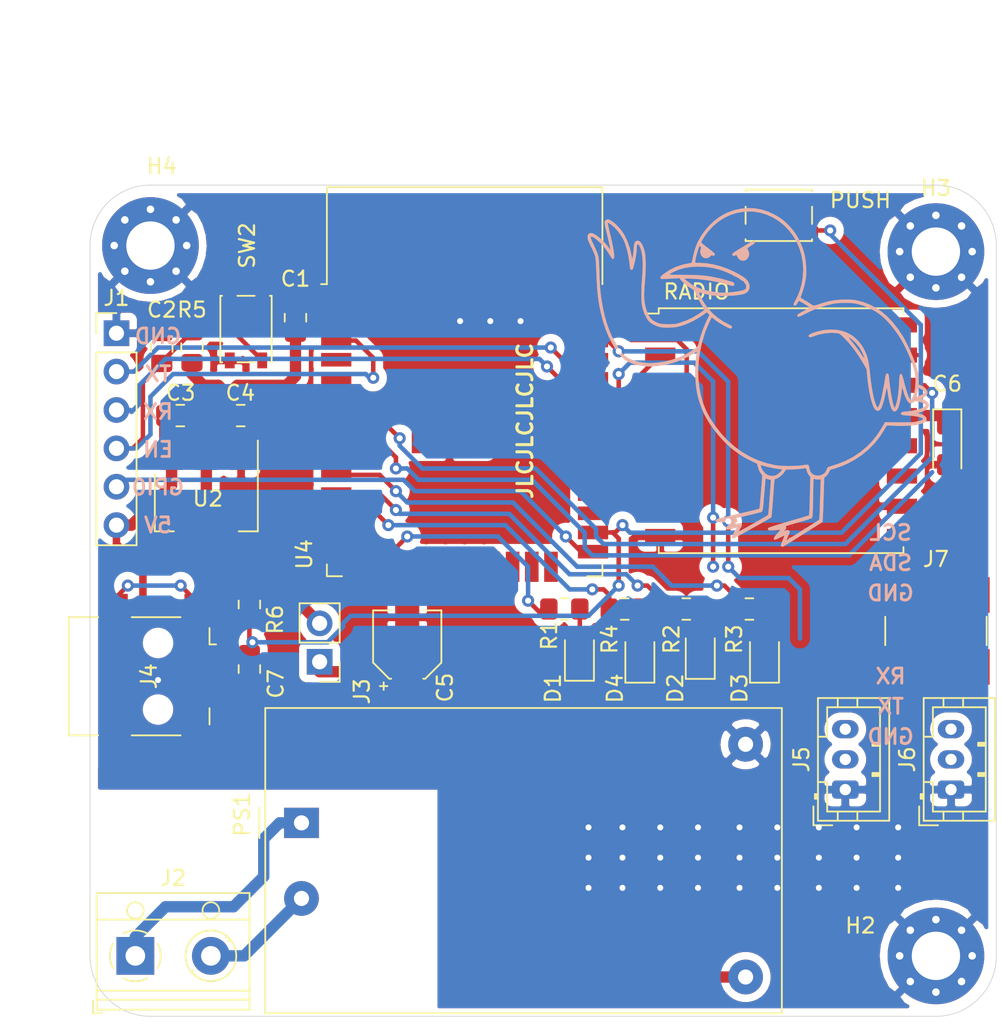
<source format=kicad_pcb>
(kicad_pcb (version 20171130) (host pcbnew "(5.1.6)-1")
  (title_block (title "Beacon tracker BLE ") (date 2020-10-27) (rev v0.1) (company "Rubén Arce"))
  (layers (0 F.Cu signal) (31 B.Cu signal) (34 B.Paste user) (35 F.Paste user) (36 B.SilkS user hide) (37 F.SilkS user) (38 B.Mask user) (39 F.Mask user) (44 Edge.Cuts user))
  (net 0 "")
  (net 1 GND)
  (net 2 EN)
  (net 3 "Net-(D1-Pad2)")
  (net 4 "Net-(D2-Pad2)")
  (net 5 "Net-(D3-Pad2)")
  (net 6 "Net-(D4-Pad2)")
  (net 7 TX)
  (net 8 RX)
  (net 9 GPIO0)
  (net 10 LED)
  (net 11 LED2)
  (net 12 LED3)
  (net 13 LED4)
  (net 14 +5V)
  (net 15 +3V3)
  (net 16 MainInput)
  (net 17 GNDPWR)
  (net 18 AC)
  (net 19 ConfigButton)
  (net 20 "Net-(J4-Pad6)")
  (net 21 RX_UART2)
  (net 22 TX_UART2)
  (net 23 SCL)
  (net 24 SDA)
  (net 25 "Net-(J7-Pad1)")
  (net 26 RF_INT)
  (net 27 INT_CAD)
  (net 28 CS_RF)
  (net 29 SCK)
  (net 30 MISO)
  (net 31 MOSI)
  (module Capacitor_Tantalum_SMD:CP_EIA-3216-10_Kemet-I (layer F.Cu) (at 143.75 86.15 270)
    (fp_text reference C6 (at -4 0 180) (layer F.SilkS))
    (fp_text value CP)
    (pad 2 smd roundrect (at 1.35 0 270) (size 1.4 1.35) (layers F.Cu F.Paste F.Mask) (roundrect_rratio 0.185185) (net 1 GND))
    (pad 1 smd roundrect (at -1.35 0 270) (size 1.4 1.35) (layers F.Cu F.Paste F.Mask) (roundrect_rratio 0.185185) (net 15 +3V3))
  )
  (module Resistor_SMD:R_0805_2012Metric_Pad1.15x1.40mm_HandSolder (layer F.Cu) (at 126.475 97.05)
    (fp_text reference R2 (at -0.975 2 90) (layer F.SilkS))
    (fp_text value 1k)
    (pad 2 smd roundrect (at 1.025 0) (size 1.15 1.4) (layers F.Cu F.Paste F.Mask) (roundrect_rratio 0.217391) (net 4 "Net-(D2-Pad2)"))
    (pad 1 smd roundrect (at -1.025 0) (size 1.15 1.4) (layers F.Cu F.Paste F.Mask) (roundrect_rratio 0.217391) (net 11 LED2))
  )
  (module RF_Module:ESP32-WROOM-32 (layer F.Cu) (at 111.8 85)
    (fp_text reference U4 (at -10.61 8.43 90) (layer F.SilkS))
    (fp_text value ESP32-WROOM-32)
    (pad 38 smd rect (at 8.5 -8.255) (size 2 0.9) (layers F.Cu F.Paste F.Mask) (net 1 GND))
    (pad 37 smd rect (at 8.5 -6.985) (size 2 0.9) (layers F.Cu F.Paste F.Mask) (net 31 MOSI))
    (pad 36 smd rect (at 8.5 -5.715) (size 2 0.9) (layers F.Cu F.Paste F.Mask) (net 23 SCL))
    (pad 35 smd rect (at 8.5 -4.445) (size 2 0.9) (layers F.Cu F.Paste F.Mask) (net 7 TX))
    (pad 34 smd rect (at 8.5 -3.175) (size 2 0.9) (layers F.Cu F.Paste F.Mask) (net 8 RX))
    (pad 33 smd rect (at 8.5 -1.905) (size 2 0.9) (layers F.Cu F.Paste F.Mask) (net 24 SDA))
    (pad 32 smd rect (at 8.5 -0.635) (size 2 0.9) (layers F.Cu F.Paste F.Mask))
    (pad 31 smd rect (at 8.5 0.635) (size 2 0.9) (layers F.Cu F.Paste F.Mask) (net 30 MISO))
    (pad 30 smd rect (at 8.5 1.905) (size 2 0.9) (layers F.Cu F.Paste F.Mask) (net 29 SCK))
    (pad 29 smd rect (at 8.5 3.175) (size 2 0.9) (layers F.Cu F.Paste F.Mask) (net 28 CS_RF))
    (pad 28 smd rect (at 8.5 4.445) (size 2 0.9) (layers F.Cu F.Paste F.Mask) (net 22 TX_UART2))
    (pad 27 smd rect (at 8.5 5.715) (size 2 0.9) (layers F.Cu F.Paste F.Mask) (net 21 RX_UART2))
    (pad 26 smd rect (at 8.5 6.985) (size 2 0.9) (layers F.Cu F.Paste F.Mask) (net 19 ConfigButton))
    (pad 25 smd rect (at 8.5 8.255) (size 2 0.9) (layers F.Cu F.Paste F.Mask) (net 9 GPIO0))
    (pad 24 smd rect (at 5.715 9.255 90) (size 2 0.9) (layers F.Cu F.Paste F.Mask))
    (pad 23 smd rect (at 4.445 9.255 90) (size 2 0.9) (layers F.Cu F.Paste F.Mask))
    (pad 22 smd rect (at 3.175 9.255 90) (size 2 0.9) (layers F.Cu F.Paste F.Mask))
    (pad 21 smd rect (at 1.905 9.255 90) (size 2 0.9) (layers F.Cu F.Paste F.Mask))
    (pad 20 smd rect (at 0.635 9.255 90) (size 2 0.9) (layers F.Cu F.Paste F.Mask))
    (pad 19 smd rect (at -0.635 9.255 90) (size 2 0.9) (layers F.Cu F.Paste F.Mask))
    (pad 18 smd rect (at -1.905 9.255 90) (size 2 0.9) (layers F.Cu F.Paste F.Mask))
    (pad 17 smd rect (at -3.175 9.255 90) (size 2 0.9) (layers F.Cu F.Paste F.Mask))
    (pad 16 smd rect (at -4.445 9.255 90) (size 2 0.9) (layers F.Cu F.Paste F.Mask) (net 10 LED))
    (pad 15 smd rect (at -5.715 9.255 90) (size 2 0.9) (layers F.Cu F.Paste F.Mask) (net 1 GND))
    (pad 14 smd rect (at -8.5 8.255) (size 2 0.9) (layers F.Cu F.Paste F.Mask))
    (pad 13 smd rect (at -8.5 6.985) (size 2 0.9) (layers F.Cu F.Paste F.Mask))
    (pad 12 smd rect (at -8.5 5.715) (size 2 0.9) (layers F.Cu F.Paste F.Mask) (net 13 LED4))
    (pad 11 smd rect (at -8.5 4.445) (size 2 0.9) (layers F.Cu F.Paste F.Mask) (net 11 LED2))
    (pad 10 smd rect (at -8.5 3.175) (size 2 0.9) (layers F.Cu F.Paste F.Mask) (net 12 LED3))
    (pad 9 smd rect (at -8.5 1.905) (size 2 0.9) (layers F.Cu F.Paste F.Mask))
    (pad 8 smd rect (at -8.5 0.635) (size 2 0.9) (layers F.Cu F.Paste F.Mask))
    (pad 7 smd rect (at -8.5 -0.635) (size 2 0.9) (layers F.Cu F.Paste F.Mask) (net 27 INT_CAD))
    (pad 6 smd rect (at -8.5 -1.905) (size 2 0.9) (layers F.Cu F.Paste F.Mask) (net 26 RF_INT))
    (pad 5 smd rect (at -8.5 -3.175) (size 2 0.9) (layers F.Cu F.Paste F.Mask))
    (pad 4 smd rect (at -8.5 -4.445) (size 2 0.9) (layers F.Cu F.Paste F.Mask))
    (pad 3 smd rect (at -8.5 -5.715) (size 2 0.9) (layers F.Cu F.Paste F.Mask) (net 2 EN))
    (pad 2 smd rect (at -8.5 -6.985) (size 2 0.9) (layers F.Cu F.Paste F.Mask) (net 15 +3V3))
    (pad 1 smd rect (at -8.5 -8.255) (size 2 0.9) (layers F.Cu F.Paste F.Mask) (net 1 GND))
    (pad 39 smd rect (at -1 -0.755) (size 5 5) (layers F.Cu F.Paste F.Mask) (net 1 GND))
  )
  (module Capacitor_SMD:CP_Elec_4x5.3 (layer F.Cu) (at 108 99.4 90)
    (fp_text reference C5 (at -2.85 2.5 90) (layer F.SilkS))
    (fp_text value 10u)
    (pad 2 smd roundrect (at 1.8 0 90) (size 2.6 1.6) (layers F.Cu F.Paste F.Mask) (roundrect_rratio 0.15625) (net 1 GND))
    (pad 1 smd roundrect (at -1.8 0 90) (size 2.6 1.6) (layers F.Cu F.Paste F.Mask) (roundrect_rratio 0.15625) (net 16 MainInput))
  )
  (module Package_TO_SOT_SMD:SOT-223-3_TabPin2 (layer F.Cu) (at 94.7 90 270)
    (fp_text reference U2 (at -0.25 -0.1) (layer F.SilkS))
    (fp_text value AMS1117-3.3)
    (pad 1 smd rect (at -3.15 -2.3 270) (size 2 1.5) (layers F.Cu F.Paste F.Mask) (net 1 GND))
    (pad 3 smd rect (at -3.15 2.3 270) (size 2 1.5) (layers F.Cu F.Paste F.Mask) (net 14 +5V))
    (pad 2 smd rect (at -3.15 0 270) (size 2 1.5) (layers F.Cu F.Paste F.Mask) (net 15 +3V3))
    (pad 2 smd rect (at 3.15 0 270) (size 2 3.8) (layers F.Cu F.Paste F.Mask) (net 15 +3V3))
  )
  (module Converter_ACDC:Converter_ACDC_HiLink_HLK-PMxx (layer F.Cu) (at 101 111.2)
    (fp_text reference PS1 (at -3.94 -0.55 90) (layer F.SilkS))
    (fp_text value HLK-PM03)
    (pad 4 thru_hole circle (at 29.4 10.2) (size 2.3 2.3) (drill 1) (layers *.Cu *.Mask) (net 16 MainInput))
    (pad 2 thru_hole circle (at 0 5) (size 2.3 2.3) (drill 1) (layers *.Cu *.Mask) (net 17 GNDPWR))
    (pad 1 thru_hole rect (at 0 0) (size 2.3 2) (drill 1) (layers *.Cu *.Mask) (net 18 AC))
    (pad 3 thru_hole circle (at 29.4 -5.2) (size 2.3 2.3) (drill 1) (layers *.Cu *.Mask) (net 1 GND))
  )
  (module RF_Module:HOPERF_RFM9XW_SMD (layer F.Cu) (at 132.75 85.25)
    (fp_text reference RADIO (at -5.6 -9.2) (layer F.SilkS))
    (fp_text value RFM95W-868S2)
    (pad 16 smd rect (at 8 -7) (size 2 1) (layers F.Cu F.Paste F.Mask))
    (pad 15 smd rect (at 8 -5) (size 2 1) (layers F.Cu F.Paste F.Mask) (net 27 INT_CAD))
    (pad 14 smd rect (at 8 -3) (size 2 1) (layers F.Cu F.Paste F.Mask) (net 26 RF_INT))
    (pad 13 smd rect (at 8 -1) (size 2 1) (layers F.Cu F.Paste F.Mask) (net 15 +3V3))
    (pad 12 smd rect (at 8 1) (size 2 1) (layers F.Cu F.Paste F.Mask))
    (pad 11 smd rect (at 8 3) (size 2 1) (layers F.Cu F.Paste F.Mask))
    (pad 10 smd rect (at 8 5) (size 2 1) (layers F.Cu F.Paste F.Mask) (net 1 GND))
    (pad 9 smd rect (at 8 7) (size 2 1) (layers F.Cu F.Paste F.Mask) (net 25 "Net-(J7-Pad1)"))
    (pad 8 smd rect (at -8 7) (size 2 1) (layers F.Cu F.Paste F.Mask) (net 1 GND))
    (pad 7 smd rect (at -8 5) (size 2 1) (layers F.Cu F.Paste F.Mask))
    (pad 6 smd rect (at -8 3) (size 2 1) (layers F.Cu F.Paste F.Mask))
    (pad 5 smd rect (at -8 1) (size 2 1) (layers F.Cu F.Paste F.Mask) (net 28 CS_RF))
    (pad 4 smd rect (at -8 -1) (size 2 1) (layers F.Cu F.Paste F.Mask) (net 29 SCK))
    (pad 3 smd rect (at -8 -3) (size 2 1) (layers F.Cu F.Paste F.Mask) (net 31 MOSI))
    (pad 2 smd rect (at -8 -5) (size 2 1) (layers F.Cu F.Paste F.Mask) (net 30 MISO))
    (pad 1 smd rect (at -8 -7) (size 2 1) (layers F.Cu F.Paste F.Mask) (net 1 GND))
  )
  (module Connector_Coaxial:SMA_Amphenol_132134-10_Vertical (layer F.Cu) (at 143 98.5)
    (fp_text reference J7 (at 0 -4.75) (layer F.SilkS))
    (fp_text value Conn_Coaxial)
    (pad 2 smd custom (at 0 -2.8 180) (size 7.11 1.51) (layers F.Cu F.Paste F.Mask) (net 1 GND) (options (clearance outline) (anchor rect)) (primitives (gr_poly (pts (xy -1.645 -1.595) (xy -1.5 -1.42) (xy -1.36 -1.28) (xy -1.205 -1.155) (xy -1.035 -1.045) (xy -0.86 -0.95) (xy -0.675 -0.875) (xy -0.48 -0.82) (xy -0.28 -0.78) (xy -0.085 -0.765) (xy 0 -0.765) (xy 0 0.755) (xy -3.555 0.755) (xy -3.555 -1.595)) (width 0)) (gr_poly (pts (xy 1.645 -1.595) (xy 1.5 -1.42) (xy 1.36 -1.28) (xy 1.205 -1.155) (xy 1.035 -1.045) (xy 0.86 -0.95) (xy 0.675 -0.875) (xy 0.48 -0.82) (xy 0.28 -0.78) (xy 0.085 -0.765) (xy 0 -0.765) (xy 0 0.755) (xy 3.555 0.755) (xy 3.555 -1.595)) (width 0))))
    (pad 2 smd custom (at 0 2.8) (size 7.11 1.51) (layers F.Cu F.Paste F.Mask) (net 1 GND) (options (clearance outline) (anchor rect)) (primitives (gr_poly (pts (xy -1.645 -1.595) (xy -1.5 -1.42) (xy -1.36 -1.28) (xy -1.205 -1.155) (xy -1.035 -1.045) (xy -0.86 -0.95) (xy -0.675 -0.875) (xy -0.48 -0.82) (xy -0.28 -0.78) (xy -0.085 -0.765) (xy 0 -0.765) (xy 0 0.755) (xy -3.555 0.755) (xy -3.555 -1.595)) (width 0)) (gr_poly (pts (xy 1.645 -1.595) (xy 1.5 -1.42) (xy 1.36 -1.28) (xy 1.205 -1.155) (xy 1.035 -1.045) (xy 0.86 -0.95) (xy 0.675 -0.875) (xy 0.48 -0.82) (xy 0.28 -0.78) (xy 0.085 -0.765) (xy 0 -0.765) (xy 0 0.755) (xy 3.555 0.755) (xy 3.555 -1.595)) (width 0))))
    (pad 1 smd circle (at 0 0 90) (size 1.73 1.73) (layers F.Cu F.Paste F.Mask) (net 25 "Net-(J7-Pad1)"))
  )
  (module Antenna868MHz:duck (layer B.Cu) (at 131.5 81 180)
    (fp_text reference G*** hide)
    (fp_text value LOGO hide)
  )
  (module Connector_USB:USB_Mini-B_Lumberg_2486_01_Horizontal (layer F.Cu) (at 91.5 101.5 270)
    (fp_text reference J4 (at 0 0.6 90) (layer F.SilkS))
    (fp_text value USB_B_Micro)
    (pad "" np_thru_hole circle (at 2.2 0 270) (size 1 1) (drill 1) (layers *.Cu *.Mask))
    (pad "" np_thru_hole circle (at -2.2 0 270) (size 1 1) (drill 1) (layers *.Cu *.Mask))
    (pad 6 smd rect (at 4.45 2.85 270) (size 2 1.7) (layers F.Cu F.Paste F.Mask) (net 20 "Net-(J4-Pad6)"))
    (pad 6 smd rect (at 4.45 -2.6 270) (size 2 1.7) (layers F.Cu F.Paste F.Mask) (net 20 "Net-(J4-Pad6)"))
    (pad 6 smd rect (at -4.45 2.85 270) (size 2 1.7) (layers F.Cu F.Paste F.Mask) (net 20 "Net-(J4-Pad6)"))
    (pad 6 smd rect (at -4.45 -2.6 270) (size 2 1.7) (layers F.Cu F.Paste F.Mask) (net 20 "Net-(J4-Pad6)"))
    (pad 5 smd rect (at 1.6 -2.7 270) (size 0.5 2) (layers F.Cu F.Paste F.Mask) (net 1 GND))
    (pad 4 smd rect (at 0.8 -2.7 270) (size 0.5 2) (layers F.Cu F.Paste F.Mask))
    (pad 3 smd rect (at 0 -2.7 270) (size 0.5 2) (layers F.Cu F.Paste F.Mask))
    (pad 2 smd rect (at -0.8 -2.7 270) (size 0.5 2) (layers F.Cu F.Paste F.Mask))
    (pad 1 smd rect (at -1.6 -2.7 270) (size 0.5 2) (layers F.Cu F.Paste F.Mask) (net 14 +5V))
  )
  (module Button_Switch_SMD:SW_SPST_PTS810 (layer F.Cu) (at 97.325 78.525 270)
    (fp_text reference SW2 (at -5.525 -0.075 90) (layer F.SilkS))
    (fp_text value SW_Push)
    (pad 2 smd rect (at 2.075 1.075 270) (size 1.05 0.65) (layers F.Cu F.Paste F.Mask) (net 1 GND))
    (pad 2 smd rect (at -2.075 1.075 270) (size 1.05 0.65) (layers F.Cu F.Paste F.Mask) (net 1 GND))
    (pad 1 smd rect (at 2.075 -1.075 270) (size 1.05 0.65) (layers F.Cu F.Paste F.Mask) (net 2 EN))
    (pad 1 smd rect (at -2.075 -1.075 270) (size 1.05 0.65) (layers F.Cu F.Paste F.Mask) (net 2 EN))
  )
  (module Button_Switch_SMD:SW_SPST_PTS810 (layer F.Cu) (at 132.6 71 180)
    (fp_text reference PUSH (at -5.4 1) (layer F.SilkS))
    (fp_text value SW_Push)
    (pad 2 smd rect (at 2.075 1.075 180) (size 1.05 0.65) (layers F.Cu F.Paste F.Mask) (net 1 GND))
    (pad 2 smd rect (at -2.075 1.075 180) (size 1.05 0.65) (layers F.Cu F.Paste F.Mask) (net 1 GND))
    (pad 1 smd rect (at 2.075 -1.075 180) (size 1.05 0.65) (layers F.Cu F.Paste F.Mask) (net 19 ConfigButton))
    (pad 1 smd rect (at -2.075 -1.075 180) (size 1.05 0.65) (layers F.Cu F.Paste F.Mask) (net 19 ConfigButton))
  )
  (module Capacitor_SMD:C_0805_2012Metric_Pad1.15x1.40mm_HandSolder (layer F.Cu) (at 97.55 101.025 270)
    (fp_text reference C7 (at 0.975 -1.75 90) (layer F.SilkS))
    (fp_text value 0.1u)
    (pad 2 smd roundrect (at 1.025 0 270) (size 1.15 1.4) (layers F.Cu F.Paste F.Mask) (roundrect_rratio 0.217391) (net 1 GND))
    (pad 1 smd roundrect (at -1.025 0 270) (size 1.15 1.4) (layers F.Cu F.Paste F.Mask) (roundrect_rratio 0.217391) (net 19 ConfigButton))
  )
  (module Capacitor_SMD:C_0805_2012Metric_Pad1.15x1.40mm_HandSolder (layer F.Cu) (at 92.975 84.25)
    (fp_text reference C3 (at 0.025 -1.5 180) (layer F.SilkS))
    (fp_text value 10u)
    (pad 2 smd roundrect (at 1.025 0) (size 1.15 1.4) (layers F.Cu F.Paste F.Mask) (roundrect_rratio 0.217391) (net 1 GND))
    (pad 1 smd roundrect (at -1.025 0) (size 1.15 1.4) (layers F.Cu F.Paste F.Mask) (roundrect_rratio 0.217391) (net 14 +5V))
  )
  (module Capacitor_SMD:C_0805_2012Metric_Pad1.15x1.40mm_HandSolder (layer F.Cu) (at 91.75 79.775 90)
    (fp_text reference C2 (at 2.525 0 180) (layer F.SilkS))
    (fp_text value 0.1u)
    (pad 2 smd roundrect (at 1.025 0 90) (size 1.15 1.4) (layers F.Cu F.Paste F.Mask) (roundrect_rratio 0.217391) (net 1 GND))
    (pad 1 smd roundrect (at -1.025 0 90) (size 1.15 1.4) (layers F.Cu F.Paste F.Mask) (roundrect_rratio 0.217391) (net 2 EN))
  )
  (module Connector_PinHeader_2.54mm:PinHeader_1x06_P2.54mm_Vertical (layer F.Cu) (at 88.75 78.8)
    (fp_text reference J1 (at 0 -2.33) (layer F.SilkS))
    (fp_text value Conn_01x06_Female)
    (pad 6 thru_hole oval (at 0 12.7) (size 1.7 1.7) (drill 1) (layers *.Cu *.Mask) (net 14 +5V))
    (pad 5 thru_hole oval (at 0 10.16) (size 1.7 1.7) (drill 1) (layers *.Cu *.Mask) (net 9 GPIO0))
    (pad 4 thru_hole oval (at 0 7.62) (size 1.7 1.7) (drill 1) (layers *.Cu *.Mask) (net 2 EN))
    (pad 3 thru_hole oval (at 0 5.08) (size 1.7 1.7) (drill 1) (layers *.Cu *.Mask) (net 8 RX))
    (pad 2 thru_hole oval (at 0 2.54) (size 1.7 1.7) (drill 1) (layers *.Cu *.Mask) (net 7 TX))
    (pad 1 thru_hole rect (at 0 0) (size 1.7 1.7) (drill 1) (layers *.Cu *.Mask) (net 1 GND))
  )
  (module Connector_JST:JST_PH_B3B-PH-K_1x03_P2.00mm_Vertical (layer F.Cu) (at 144 109 90)
    (fp_text reference J6 (at 2 -2.9 90) (layer F.SilkS))
    (fp_text value Conn_01x03_Male)
    (pad 3 thru_hole oval (at 4 0 90) (size 1.2 1.75) (drill 0.75) (layers *.Cu *.Mask) (net 23 SCL))
    (pad 2 thru_hole oval (at 2 0 90) (size 1.2 1.75) (drill 0.75) (layers *.Cu *.Mask) (net 24 SDA))
    (pad 1 thru_hole roundrect (at 0 0 90) (size 1.2 1.75) (drill 0.75) (layers *.Cu *.Mask) (roundrect_rratio 0.208333) (net 1 GND))
  )
  (module Connector_JST:JST_PH_B3B-PH-K_1x03_P2.00mm_Vertical (layer F.Cu) (at 137 109 90)
    (fp_text reference J5 (at 2 -2.9 90) (layer F.SilkS))
    (fp_text value Conn_01x03_Male)
    (pad 3 thru_hole oval (at 4 0 90) (size 1.2 1.75) (drill 0.75) (layers *.Cu *.Mask) (net 21 RX_UART2))
    (pad 2 thru_hole oval (at 2 0 90) (size 1.2 1.75) (drill 0.75) (layers *.Cu *.Mask) (net 22 TX_UART2))
    (pad 1 thru_hole roundrect (at 0 0 90) (size 1.2 1.75) (drill 0.75) (layers *.Cu *.Mask) (roundrect_rratio 0.208333) (net 1 GND))
  )
  (module LED_SMD:LED_0805_2012Metric (layer F.Cu) (at 123.4 100.2375 90)
    (fp_text reference D4 (at -2.0625 -1.65 90) (layer F.SilkS))
    (fp_text value LED)
    (pad 2 smd roundrect (at 0.9375 0 90) (size 0.975 1.4) (layers F.Cu F.Paste F.Mask) (net 6 "Net-(D4-Pad2)"))
    (pad 1 smd roundrect (at -0.9375 0 90) (size 0.975 1.4) (layers F.Cu F.Paste F.Mask) (net 1 GND))
  )
  (module LED_SMD:LED_0805_2012Metric (layer F.Cu) (at 131.65 100.2375 90)
    (fp_text reference D3 (at -2.0625 -1.65 90) (layer F.SilkS))
    (fp_text value LED)
    (pad 2 smd roundrect (at 0.9375 0 90) (size 0.975 1.4) (layers F.Cu F.Paste F.Mask) (net 5 "Net-(D3-Pad2)"))
    (pad 1 smd roundrect (at -0.9375 0 90) (size 0.975 1.4) (layers F.Cu F.Paste F.Mask) (net 1 GND))
  )
  (module LED_SMD:LED_0805_2012Metric (layer F.Cu) (at 127.4 99.9875 90)
    (fp_text reference D2 (at -2.3125 -1.65 90) (layer F.SilkS))
    (fp_text value LED)
    (pad 2 smd roundrect (at 0.9375 0 90) (size 0.975 1.4) (layers F.Cu F.Paste F.Mask) (net 4 "Net-(D2-Pad2)"))
    (pad 1 smd roundrect (at -0.9375 0 90) (size 0.975 1.4) (layers F.Cu F.Paste F.Mask) (net 1 GND))
  )
  (module LED_SMD:LED_0805_2012Metric (layer F.Cu) (at 119.4 100.1125 90)
    (fp_text reference D1 (at -2.1875 -1.75 90) (layer F.SilkS))
    (fp_text value LED)
    (pad 2 smd roundrect (at 0.9375 0 90) (size 0.975 1.4) (layers F.Cu F.Paste F.Mask) (net 3 "Net-(D1-Pad2)"))
    (pad 1 smd roundrect (at -0.9375 0 90) (size 0.975 1.4) (layers F.Cu F.Paste F.Mask) (net 1 GND))
  )
  (module MountingHole:MountingHole_3.2mm_M3_Pad_Via (layer F.Cu) (at 91 73)
    (fp_text reference H4 (at 0.75 -5.25) (layer F.SilkS))
    (fp_text value MountingHole_Pad)
    (pad 1 thru_hole circle (at 1.697056 -1.697056) (size 0.8 0.8) (drill 0.5) (layers *.Cu *.Mask) (net 1 GND))
    (pad 1 thru_hole circle (at 0 -2.4) (size 0.8 0.8) (drill 0.5) (layers *.Cu *.Mask) (net 1 GND))
    (pad 1 thru_hole circle (at -1.697056 -1.697056) (size 0.8 0.8) (drill 0.5) (layers *.Cu *.Mask) (net 1 GND))
    (pad 1 thru_hole circle (at -2.4 0) (size 0.8 0.8) (drill 0.5) (layers *.Cu *.Mask) (net 1 GND))
    (pad 1 thru_hole circle (at -1.697056 1.697056) (size 0.8 0.8) (drill 0.5) (layers *.Cu *.Mask) (net 1 GND))
    (pad 1 thru_hole circle (at 0 2.4) (size 0.8 0.8) (drill 0.5) (layers *.Cu *.Mask) (net 1 GND))
    (pad 1 thru_hole circle (at 1.697056 1.697056) (size 0.8 0.8) (drill 0.5) (layers *.Cu *.Mask) (net 1 GND))
    (pad 1 thru_hole circle (at 2.4 0) (size 0.8 0.8) (drill 0.5) (layers *.Cu *.Mask) (net 1 GND))
    (pad 1 thru_hole circle (at 0 0) (size 6.4 6.4) (drill 3.2) (layers *.Cu *.Mask) (net 1 GND))
  )
  (module MountingHole:MountingHole_3.2mm_M3_Pad_Via (layer F.Cu) (at 143 73.4)
    (fp_text reference H3 (at 0 -4.2) (layer F.SilkS))
    (fp_text value MountingHole_Pad)
    (pad 1 thru_hole circle (at 1.697056 -1.697056) (size 0.8 0.8) (drill 0.5) (layers *.Cu *.Mask) (net 1 GND))
    (pad 1 thru_hole circle (at 0 -2.4) (size 0.8 0.8) (drill 0.5) (layers *.Cu *.Mask) (net 1 GND))
    (pad 1 thru_hole circle (at -1.697056 -1.697056) (size 0.8 0.8) (drill 0.5) (layers *.Cu *.Mask) (net 1 GND))
    (pad 1 thru_hole circle (at -2.4 0) (size 0.8 0.8) (drill 0.5) (layers *.Cu *.Mask) (net 1 GND))
    (pad 1 thru_hole circle (at -1.697056 1.697056) (size 0.8 0.8) (drill 0.5) (layers *.Cu *.Mask) (net 1 GND))
    (pad 1 thru_hole circle (at 0 2.4) (size 0.8 0.8) (drill 0.5) (layers *.Cu *.Mask) (net 1 GND))
    (pad 1 thru_hole circle (at 1.697056 1.697056) (size 0.8 0.8) (drill 0.5) (layers *.Cu *.Mask) (net 1 GND))
    (pad 1 thru_hole circle (at 2.4 0) (size 0.8 0.8) (drill 0.5) (layers *.Cu *.Mask) (net 1 GND))
    (pad 1 thru_hole circle (at 0 0) (size 6.4 6.4) (drill 3.2) (layers *.Cu *.Mask) (net 1 GND))
  )
  (module MountingHole:MountingHole_3.2mm_M3_Pad_Via (layer F.Cu) (at 143 120)
    (fp_text reference H2 (at -5 -2) (layer F.SilkS))
    (fp_text value MountingHole_Pad)
    (pad 1 thru_hole circle (at 1.697056 -1.697056) (size 0.8 0.8) (drill 0.5) (layers *.Cu *.Mask) (net 1 GND))
    (pad 1 thru_hole circle (at 0 -2.4) (size 0.8 0.8) (drill 0.5) (layers *.Cu *.Mask) (net 1 GND))
    (pad 1 thru_hole circle (at -1.697056 -1.697056) (size 0.8 0.8) (drill 0.5) (layers *.Cu *.Mask) (net 1 GND))
    (pad 1 thru_hole circle (at -2.4 0) (size 0.8 0.8) (drill 0.5) (layers *.Cu *.Mask) (net 1 GND))
    (pad 1 thru_hole circle (at -1.697056 1.697056) (size 0.8 0.8) (drill 0.5) (layers *.Cu *.Mask) (net 1 GND))
    (pad 1 thru_hole circle (at 0 2.4) (size 0.8 0.8) (drill 0.5) (layers *.Cu *.Mask) (net 1 GND))
    (pad 1 thru_hole circle (at 1.697056 1.697056) (size 0.8 0.8) (drill 0.5) (layers *.Cu *.Mask) (net 1 GND))
    (pad 1 thru_hole circle (at 2.4 0) (size 0.8 0.8) (drill 0.5) (layers *.Cu *.Mask) (net 1 GND))
    (pad 1 thru_hole circle (at 0 0) (size 6.4 6.4) (drill 3.2) (layers *.Cu *.Mask) (net 1 GND))
  )
  (module Resistor_SMD:R_0805_2012Metric_Pad1.15x1.40mm_HandSolder (layer F.Cu) (at 97.55 96.75 270)
    (fp_text reference R6 (at 1 -1.7 90) (layer F.SilkS))
    (fp_text value 10k)
    (pad 2 smd roundrect (at 1.025 0 270) (size 1.15 1.4) (layers F.Cu F.Paste F.Mask) (roundrect_rratio 0.217391) (net 19 ConfigButton))
    (pad 1 smd roundrect (at -1.025 0 270) (size 1.15 1.4) (layers F.Cu F.Paste F.Mask) (roundrect_rratio 0.217391) (net 15 +3V3))
  )
  (module Connector_PinHeader_2.54mm:PinHeader_1x02_P2.54mm_Vertical (layer F.Cu) (at 102.2 100.54 180)
    (fp_text reference J3 (at -2.8 -1.96 90) (layer F.SilkS))
    (fp_text value "select if usb or AC power")
    (pad 2 thru_hole oval (at 0 2.54 180) (size 1.7 1.7) (drill 1) (layers *.Cu *.Mask) (net 15 +3V3))
    (pad 1 thru_hole rect (at 0 0 180) (size 1.7 1.7) (drill 1) (layers *.Cu *.Mask) (net 16 MainInput))
  )
  (module TerminalBlock_RND:TerminalBlock_RND_205-00012_1x02_P5.00mm_Horizontal (layer F.Cu) (at 90 120)
    (fp_text reference J2 (at 2.5 -5.16) (layer F.SilkS))
    (fp_text value "input AC")
    (pad 2 thru_hole circle (at 5 0) (size 2.5 2.5) (drill 1.3) (layers *.Cu *.Mask) (net 17 GNDPWR))
    (pad 1 thru_hole rect (at 0 0) (size 2.5 2.5) (drill 1.3) (layers *.Cu *.Mask) (net 18 AC))
  )
  (module Resistor_SMD:R_0805_2012Metric_Pad1.15x1.40mm_HandSolder (layer F.Cu) (at 93.75 79.725 90)
    (fp_text reference R5 (at 2.475 0 180) (layer F.SilkS))
    (fp_text value 10k)
    (pad 2 smd roundrect (at 1.025 0 90) (size 1.15 1.4) (layers F.Cu F.Paste F.Mask) (roundrect_rratio 0.217391) (net 2 EN))
    (pad 1 smd roundrect (at -1.025 0 90) (size 1.15 1.4) (layers F.Cu F.Paste F.Mask) (roundrect_rratio 0.217391) (net 15 +3V3))
  )
  (module Resistor_SMD:R_0805_2012Metric_Pad1.15x1.40mm_HandSolder (layer F.Cu) (at 122.4 97.05)
    (fp_text reference R4 (at -1 2 90) (layer F.SilkS))
    (fp_text value 1k)
    (pad 2 smd roundrect (at 1.025 0) (size 1.15 1.4) (layers F.Cu F.Paste F.Mask) (roundrect_rratio 0.217391) (net 6 "Net-(D4-Pad2)"))
    (pad 1 smd roundrect (at -1.025 0) (size 1.15 1.4) (layers F.Cu F.Paste F.Mask) (roundrect_rratio 0.217391) (net 13 LED4))
  )
  (module Resistor_SMD:R_0805_2012Metric_Pad1.15x1.40mm_HandSolder (layer F.Cu) (at 130.65 97.05)
    (fp_text reference R3 (at -1 2 90) (layer F.SilkS))
    (fp_text value 1k)
    (pad 2 smd roundrect (at 1.025 0) (size 1.15 1.4) (layers F.Cu F.Paste F.Mask) (roundrect_rratio 0.217391) (net 5 "Net-(D3-Pad2)"))
    (pad 1 smd roundrect (at -1.025 0) (size 1.15 1.4) (layers F.Cu F.Paste F.Mask) (roundrect_rratio 0.217391) (net 12 LED3))
  )
  (module Resistor_SMD:R_0805_2012Metric_Pad1.15x1.40mm_HandSolder (layer F.Cu) (at 118.4 97.05)
    (fp_text reference R1 (at -1 1.75 90) (layer F.SilkS))
    (fp_text value 1k)
    (pad 2 smd roundrect (at 1.025 0) (size 1.15 1.4) (layers F.Cu F.Paste F.Mask) (roundrect_rratio 0.217391) (net 3 "Net-(D1-Pad2)"))
    (pad 1 smd roundrect (at -1.025 0) (size 1.15 1.4) (layers F.Cu F.Paste F.Mask) (roundrect_rratio 0.217391) (net 10 LED))
  )
  (module Capacitor_SMD:C_0805_2012Metric_Pad1.15x1.40mm_HandSolder (layer F.Cu) (at 96.975 84.25)
    (fp_text reference C4 (at -0.025 -1.5) (layer F.SilkS))
    (fp_text value 10u)
    (pad 2 smd roundrect (at 1.025 0) (size 1.15 1.4) (layers F.Cu F.Paste F.Mask) (roundrect_rratio 0.217391) (net 1 GND))
    (pad 1 smd roundrect (at -1.025 0) (size 1.15 1.4) (layers F.Cu F.Paste F.Mask) (roundrect_rratio 0.217391) (net 15 +3V3))
  )
  (module Capacitor_SMD:C_0805_2012Metric_Pad1.15x1.40mm_HandSolder (layer F.Cu) (at 100.6 77.775 90)
    (fp_text reference C1 (at 2.575 0 180) (layer F.SilkS))
    (fp_text value 10u)
    (pad 2 smd roundrect (at 1.025 0 90) (size 1.15 1.4) (layers F.Cu F.Paste F.Mask) (roundrect_rratio 0.217391) (net 1 GND))
    (pad 1 smd roundrect (at -1.025 0 90) (size 1.15 1.4) (layers F.Cu F.Paste F.Mask) (roundrect_rratio 0.217391) (net 15 +3V3))
  )
  (gr_text "Beacon tracker v0.1\n " (at 121.5 128.5) (layer B.SilkS) (effects (font (size 1.2 1.2) (thickness 0.21)) (justify mirror)))
  (gr_text JLCJLCJLCJLC (at 115.8 84.6 90) (layer F.SilkS) (effects (font (size 1 1) (thickness 0.2))))
  (gr_text "EN\n" (at 91.5 86.5) (layer B.SilkS) (effects (font (size 1 1) (thickness 0.19)) (justify mirror)))
  (gr_text "RX\n" (at 91.5 84) (layer B.SilkS) (effects (font (size 1 1) (thickness 0.19)) (justify mirror)))
  (gr_text "TX\n" (at 91.5 81.5) (layer B.SilkS) (effects (font (size 1 1) (thickness 0.19)) (justify mirror)))
  (gr_text "GND\n" (at 91.5 79) (layer B.SilkS) (effects (font (size 1 1) (thickness 0.19)) (justify mirror)))
  (gr_text GPI0 (at 91.5 89) (layer B.SilkS) (effects (font (size 1 1) (thickness 0.19)) (justify mirror)))
  (gr_text "5V\n" (at 91.5 91.5) (layer B.SilkS) (effects (font (size 1 1) (thickness 0.19)) (justify mirror)))
  (gr_text "SCL\n" (at 140 92) (layer B.SilkS) (effects (font (size 1 1) (thickness 0.19)) (justify mirror)))
  (gr_text "SDA\n" (at 140 94) (layer B.SilkS) (effects (font (size 1 1) (thickness 0.19)) (justify mirror)))
  (gr_text "GND\n" (at 140 96) (layer B.SilkS) (effects (font (size 1 1) (thickness 0.19)) (justify mirror)))
  (gr_text "GND\n" (at 140 105.5) (layer B.SilkS) (effects (font (size 1 1) (thickness 0.19)) (justify mirror)))
  (gr_text TX (at 140 103.5) (layer B.SilkS) (effects (font (size 1 1) (thickness 0.19)) (justify mirror)))
  (gr_text RX (at 140 101.5) (layer B.SilkS) (effects (font (size 1 1) (thickness 0.19)) (justify mirror)))
  (gr_line (start 87 73) (end 87 102.7) (layer Edge.Cuts) (width 0.05))
  (gr_arc (start 91 120) (end 87 120) (angle -90) (layer Edge.Cuts) (width 0.05))
  (gr_arc (start 143 120) (end 143 124) (angle -90) (layer Edge.Cuts) (width 0.05))
  (gr_arc (start 91 73) (end 91 69) (angle -90) (layer Edge.Cuts) (width 0.05))
  (gr_arc (start 143 73) (end 147 73) (angle -90) (layer Edge.Cuts) (width 0.05))
  (gr_line (start 87 120) (end 87 102.7) (layer Edge.Cuts) (width 0.05))
  (gr_line (start 143 124) (end 91 124) (layer Edge.Cuts) (width 0.05))
  (gr_line (start 147 73) (end 147 120) (layer Edge.Cuts) (width 0.05))
  (gr_line (start 91 69) (end 143 69) (layer Edge.Cuts) (width 0.05))
  (via (at 132.5 111.5) (size 0.8) (drill 0.4) (layers F.Cu B.Cu) (net 0))
  (via (at 135.25 111.5) (size 0.8) (drill 0.4) (layers F.Cu B.Cu) (net 1))
  (via (at 135.25 113.5) (size 0.8) (drill 0.4) (layers F.Cu B.Cu) (net 1))
  (via (at 132.5 113.5) (size 0.8) (drill 0.4) (layers F.Cu B.Cu) (net 0))
  (via (at 132.5 115.5) (size 0.8) (drill 0.4) (layers F.Cu B.Cu) (net 1))
  (via (at 135.25 115.5) (size 0.8) (drill 0.4) (layers F.Cu B.Cu) (net 1))
  (via (at 137.75 111.5) (size 0.8) (drill 0.4) (layers F.Cu B.Cu) (net 1))
  (via (at 140.5 111.5) (size 0.8) (drill 0.4) (layers F.Cu B.Cu) (net 1))
  (via (at 140.5 113.5) (size 0.8) (drill 0.4) (layers F.Cu B.Cu) (net 1))
  (via (at 137.75 113.5) (size 0.8) (drill 0.4) (layers F.Cu B.Cu) (net 1))
  (via (at 137.75 115.5) (size 0.8) (drill 0.4) (layers F.Cu B.Cu) (net 1))
  (via (at 140.5 115.5) (size 0.8) (drill 0.4) (layers F.Cu B.Cu) (net 1))
  (via (at 120 113.5) (size 0.8) (drill 0.4) (layers F.Cu B.Cu) (net 1))
  (via (at 122.25 113.5) (size 0.8) (drill 0.4) (layers F.Cu B.Cu) (net 1))
  (via (at 124.75 113.5) (size 0.8) (drill 0.4) (layers F.Cu B.Cu) (net 1))
  (via (at 127.25 113.5) (size 0.8) (drill 0.4) (layers F.Cu B.Cu) (net 1))
  (via (at 130 113.5) (size 0.8) (drill 0.4) (layers F.Cu B.Cu) (net 1))
  (via (at 120 115.5) (size 0.8) (drill 0.4) (layers F.Cu B.Cu) (net 1))
  (via (at 122.25 115.5) (size 0.8) (drill 0.4) (layers F.Cu B.Cu) (net 1))
  (via (at 124.75 115.5) (size 0.8) (drill 0.4) (layers F.Cu B.Cu) (net 1))
  (via (at 127.25 115.5) (size 0.8) (drill 0.4) (layers F.Cu B.Cu) (net 1))
  (via (at 130 115.5) (size 0.8) (drill 0.4) (layers F.Cu B.Cu) (net 1))
  (via (at 91.5 101.75) (size 0.8) (drill 0.4) (layers F.Cu B.Cu) (net 1))
  (segment (start 92.85 103.1) (end 94.2 103.1) (width 0.3) (layer F.Cu) (net 1))
  (segment (start 91.5 101.75) (end 92.85 103.1) (width 0.3) (layer F.Cu) (net 1))
  (segment (start 97 86.85) (end 97 86.75) (width 0.75) (layer F.Cu) (net 1))
  (segment (start 98 85.75) (end 98 84.25) (width 0.75) (layer F.Cu) (net 1))
  (segment (start 97 86.75) (end 98 85.75) (width 0.75) (layer F.Cu) (net 1))
  (via (at 111.5 78) (size 0.8) (drill 0.4) (layers F.Cu B.Cu) (net 1))
  (via (at 113.5 78) (size 0.8) (drill 0.4) (layers F.Cu B.Cu) (net 1))
  (via (at 115.5 78) (size 0.8) (drill 0.4) (layers F.Cu B.Cu) (net 1))
  (via (at 120 111.5) (size 0.8) (drill 0.4) (layers F.Cu B.Cu) (net 1))
  (via (at 122.25 111.5) (size 0.8) (drill 0.4) (layers F.Cu B.Cu) (net 1))
  (via (at 124.75 111.5) (size 0.8) (drill 0.4) (layers F.Cu B.Cu) (net 1))
  (via (at 127.25 111.5) (size 0.8) (drill 0.4) (layers F.Cu B.Cu) (net 1))
  (via (at 130 111.5) (size 0.8) (drill 0.4) (layers F.Cu B.Cu) (net 1))
  (segment (start 88.75 86.42) (end 89.83 86.42) (width 0.3) (layer F.Cu) (net 2))
  (segment (start 89.83 86.42) (end 90.5 85.75) (width 0.3) (layer F.Cu) (net 2))
  (segment (start 90.5 82.05) (end 91.75 80.8) (width 0.3) (layer F.Cu) (net 2))
  (segment (start 90.5 85.75) (end 90.5 82.05) (width 0.3) (layer F.Cu) (net 2))
  (segment (start 91.75 80.7) (end 93.75 78.7) (width 0.3) (layer F.Cu) (net 2))
  (segment (start 91.75 80.8) (end 91.75 80.7) (width 0.3) (layer F.Cu) (net 2))
  (segment (start 96.5 78.7) (end 98.4 80.6) (width 0.3) (layer F.Cu) (net 2))
  (segment (start 93.75 78.7) (end 96.5 78.7) (width 0.3) (layer F.Cu) (net 2))
  (segment (start 96.5 78.7) (end 96.8 78.7) (width 0.3) (layer F.Cu) (net 2))
  (segment (start 98.4 77.1) (end 98.4 76.45) (width 0.3) (layer F.Cu) (net 2))
  (segment (start 96.8 78.7) (end 98.4 77.1) (width 0.3) (layer F.Cu) (net 2))
  (segment (start 98.4 76.45) (end 98.4 76.35) (width 0.3) (layer F.Cu) (net 2))
  (segment (start 104.6 79.285) (end 105.75 80.435) (width 0.3) (layer F.Cu) (net 2))
  (segment (start 103.3 79.285) (end 104.6 79.285) (width 0.3) (layer F.Cu) (net 2))
  (via (at 105.75 81.75) (size 0.8) (drill 0.4) (layers F.Cu B.Cu) (net 2))
  (segment (start 105.75 80.435) (end 105.75 81.75) (width 0.3) (layer F.Cu) (net 2))
  (segment (start 105.75 81.75) (end 105.5 81.75) (width 0.3) (layer B.Cu) (net 2))
  (segment (start 105.5 81.75) (end 105.25 81.5) (width 0.3) (layer B.Cu) (net 2))
  (segment (start 105.25 81.5) (end 92.5 81.5) (width 0.3) (layer B.Cu) (net 2))
  (segment (start 92.5 81.5) (end 91 83) (width 0.3) (layer B.Cu) (net 2))
  (segment (start 91 83) (end 91 85.5) (width 0.3) (layer B.Cu) (net 2))
  (segment (start 90.08 86.42) (end 88.75 86.42) (width 0.3) (layer B.Cu) (net 2))
  (segment (start 91 85.5) (end 90.08 86.42) (width 0.3) (layer B.Cu) (net 2))
  (segment (start 119.425 99.15) (end 119.4 99.175) (width 0.3) (layer F.Cu) (net 3))
  (segment (start 119.425 97.05) (end 119.425 99.15) (width 0.3) (layer F.Cu) (net 3))
  (segment (start 127.5 98.95) (end 127.4 99.05) (width 0.3) (layer F.Cu) (net 4))
  (segment (start 127.5 97.05) (end 127.5 98.95) (width 0.3) (layer F.Cu) (net 4))
  (segment (start 131.675 99.275) (end 131.65 99.3) (width 0.3) (layer F.Cu) (net 5))
  (segment (start 131.675 97.05) (end 131.675 99.275) (width 0.3) (layer F.Cu) (net 5))
  (segment (start 123.425 99.275) (end 123.4 99.3) (width 0.3) (layer F.Cu) (net 6))
  (segment (start 123.425 97.05) (end 123.425 99.275) (width 0.3) (layer F.Cu) (net 6))
  (via (at 117.5 79.75) (size 0.8) (drill 0.4) (layers F.Cu B.Cu) (net 7))
  (segment (start 120.3 80.555) (end 118.305 80.555) (width 0.3) (layer F.Cu) (net 7))
  (segment (start 118.305 80.555) (end 117.5 79.75) (width 0.3) (layer F.Cu) (net 7))
  (segment (start 89.91 81.34) (end 88.75 81.34) (width 0.3) (layer B.Cu) (net 7))
  (segment (start 117.5 79.75) (end 91.5 79.75) (width 0.3) (layer B.Cu) (net 7))
  (segment (start 91.5 79.75) (end 89.91 81.34) (width 0.3) (layer B.Cu) (net 7))
  (via (at 117.25 81) (size 0.8) (drill 0.4) (layers F.Cu B.Cu) (net 8))
  (segment (start 120.3 81.825) (end 118.075 81.825) (width 0.3) (layer F.Cu) (net 8))
  (segment (start 118.075 81.825) (end 117.25 81) (width 0.3) (layer F.Cu) (net 8))
  (segment (start 117.25 81) (end 116.75 80.5) (width 0.3) (layer B.Cu) (net 8))
  (segment (start 116.75 80.5) (end 92 80.5) (width 0.3) (layer B.Cu) (net 8))
  (segment (start 92 80.5) (end 90.25 82.25) (width 0.3) (layer B.Cu) (net 8))
  (segment (start 90.25 82.25) (end 90.25 83.5) (width 0.3) (layer B.Cu) (net 8))
  (segment (start 90.25 83.5) (end 89.75 84) (width 0.3) (layer B.Cu) (net 8))
  (segment (start 89.63 83.88) (end 88.75 83.88) (width 0.3) (layer B.Cu) (net 8))
  (segment (start 89.75 84) (end 89.63 83.88) (width 0.3) (layer B.Cu) (net 8))
  (via (at 118.5 92.25) (size 0.8) (drill 0.4) (layers F.Cu B.Cu) (net 9))
  (segment (start 120.3 93.255) (end 119.505 93.255) (width 0.3) (layer F.Cu) (net 9))
  (segment (start 119.505 93.255) (end 118.5 92.25) (width 0.3) (layer F.Cu) (net 9))
  (segment (start 118.5 92.25) (end 115.5 89.25) (width 0.3) (layer B.Cu) (net 9))
  (segment (start 115.5 89.25) (end 108.5 89.25) (width 0.3) (layer B.Cu) (net 9))
  (segment (start 89.210001 88.499999) (end 88.75 88.96) (width 0.3) (layer B.Cu) (net 9))
  (segment (start 107.749999 88.499999) (end 89.210001 88.499999) (width 0.3) (layer B.Cu) (net 9))
  (segment (start 108.5 89.25) (end 107.749999 88.499999) (width 0.3) (layer B.Cu) (net 9))
  (via (at 108 92.25) (size 0.8) (drill 0.4) (layers F.Cu B.Cu) (net 10))
  (segment (start 107.355 94.255) (end 107.355 92.895) (width 0.3) (layer F.Cu) (net 10))
  (segment (start 107.355 92.895) (end 108 92.25) (width 0.3) (layer F.Cu) (net 10))
  (segment (start 108 92.25) (end 114 92.25) (width 0.3) (layer B.Cu) (net 10))
  (via (at 116 96.5) (size 0.8) (drill 0.4) (layers F.Cu B.Cu) (net 10))
  (segment (start 114 92.25) (end 116 94.25) (width 0.3) (layer B.Cu) (net 10))
  (segment (start 116 94.25) (end 116 96.5) (width 0.3) (layer B.Cu) (net 10))
  (segment (start 116 96.5) (end 116.75 97.25) (width 0.3) (layer F.Cu) (net 10))
  (segment (start 116.95 97.05) (end 117.375 97.05) (width 0.3) (layer F.Cu) (net 10))
  (segment (start 116.75 97.25) (end 116.95 97.05) (width 0.3) (layer F.Cu) (net 10))
  (via (at 107.25 90.5) (size 0.8) (drill 0.4) (layers F.Cu B.Cu) (net 11))
  (segment (start 103.3 89.445) (end 106.195 89.445) (width 0.3) (layer F.Cu) (net 11))
  (segment (start 106.195 89.445) (end 107.25 90.5) (width 0.3) (layer F.Cu) (net 11))
  (segment (start 107.25 90.5) (end 107.5 90.75) (width 0.3) (layer B.Cu) (net 11))
  (segment (start 107.5 90.75) (end 114.75 90.75) (width 0.3) (layer B.Cu) (net 11))
  (segment (start 114.75 90.75) (end 115.25 91.25) (width 0.3) (layer B.Cu) (net 11))
  (segment (start 115.25 91.25) (end 118.75 94.75) (width 0.3) (layer B.Cu) (net 11))
  (via (at 123.25 95.5) (size 0.8) (drill 0.4) (layers F.Cu B.Cu) (net 11))
  (segment (start 118.75 94.75) (end 122.5 94.75) (width 0.3) (layer B.Cu) (net 11))
  (segment (start 122.5 94.75) (end 123.25 95.5) (width 0.3) (layer B.Cu) (net 11))
  (segment (start 123.9 95.5) (end 125.45 97.05) (width 0.3) (layer F.Cu) (net 11))
  (segment (start 123.25 95.5) (end 123.9 95.5) (width 0.3) (layer F.Cu) (net 11))
  (segment (start 103.3 88.175) (end 106.175 88.175) (width 0.3) (layer F.Cu) (net 12))
  (via (at 107.25 89.25) (size 0.8) (drill 0.4) (layers F.Cu B.Cu) (net 12))
  (segment (start 106.175 88.175) (end 107.25 89.25) (width 0.3) (layer F.Cu) (net 12))
  (segment (start 107.25 89.25) (end 108 90) (width 0.3) (layer B.Cu) (net 12))
  (segment (start 108 90) (end 115 90) (width 0.3) (layer B.Cu) (net 12))
  (segment (start 119.24999 94.24999) (end 123.74999 94.24999) (width 0.3) (layer B.Cu) (net 12))
  (segment (start 115 90) (end 119.24999 94.24999) (width 0.3) (layer B.Cu) (net 12))
  (segment (start 123.74999 94.24999) (end 124.24999 94.24999) (width 0.3) (layer B.Cu) (net 12))
  (via (at 128.5 95.5) (size 0.8) (drill 0.4) (layers F.Cu B.Cu) (net 12))
  (segment (start 124.24999 94.24999) (end 125.5 95.5) (width 0.3) (layer B.Cu) (net 12))
  (segment (start 125.5 95.5) (end 128.5 95.5) (width 0.3) (layer B.Cu) (net 12))
  (segment (start 128.5 95.5) (end 129 95.5) (width 0.3) (layer F.Cu) (net 12))
  (segment (start 129.625 96.125) (end 129.625 97.05) (width 0.3) (layer F.Cu) (net 12))
  (segment (start 129 95.5) (end 129.625 96.125) (width 0.3) (layer F.Cu) (net 12))
  (segment (start 103.3 90.715) (end 105.965 90.715) (width 0.3) (layer F.Cu) (net 13))
  (via (at 106.75 91.5) (size 0.8) (drill 0.4) (layers F.Cu B.Cu) (net 13))
  (segment (start 105.965 90.715) (end 106.75 91.5) (width 0.3) (layer F.Cu) (net 13))
  (segment (start 106.75 91.5) (end 114 91.5) (width 0.3) (layer B.Cu) (net 13))
  (segment (start 114 91.5) (end 114.25 91.5) (width 0.3) (layer B.Cu) (net 13))
  (segment (start 114.25 91.5) (end 114.5 91.5) (width 0.3) (layer B.Cu) (net 13))
  (via (at 120.25 95.75) (size 0.8) (drill 0.4) (layers F.Cu B.Cu) (net 13))
  (segment (start 114.5 91.5) (end 118.75 95.75) (width 0.3) (layer B.Cu) (net 13))
  (segment (start 118.75 95.75) (end 120.25 95.75) (width 0.3) (layer B.Cu) (net 13))
  (segment (start 120.25 95.75) (end 121 95.75) (width 0.3) (layer F.Cu) (net 13))
  (segment (start 121.375 96.125) (end 121.375 97.05) (width 0.3) (layer F.Cu) (net 13))
  (segment (start 121 95.75) (end 121.375 96.125) (width 0.3) (layer F.Cu) (net 13))
  (segment (start 94.225001 99.874999) (end 94.2 99.874999) (width 0.75) (layer F.Cu) (net 14))
  (segment (start 93.8 99.5) (end 94.2 99.9) (width 0.5) (layer F.Cu) (net 14))
  (segment (start 93 99.5) (end 93.8 99.5) (width 0.5) (layer F.Cu) (net 14))
  (segment (start 88.75 92.75) (end 90.5 94.5) (width 0.5) (layer F.Cu) (net 14))
  (segment (start 90.5 94.5) (end 90.5 96.5) (width 0.5) (layer F.Cu) (net 14))
  (segment (start 88.75 91.5) (end 88.75 92.75) (width 0.5) (layer F.Cu) (net 14))
  (segment (start 90.5 96.5) (end 93 99) (width 0.5) (layer F.Cu) (net 14))
  (segment (start 93 99) (end 93 99.5) (width 0.5) (layer F.Cu) (net 14))
  (segment (start 88.75 91.5) (end 89.75 91.5) (width 0.75) (layer F.Cu) (net 14))
  (segment (start 92.4 88.85) (end 92.4 86.85) (width 0.75) (layer F.Cu) (net 14))
  (segment (start 89.75 91.5) (end 92.4 88.85) (width 0.75) (layer F.Cu) (net 14))
  (segment (start 91.95 86.4) (end 92.4 86.85) (width 0.75) (layer F.Cu) (net 14))
  (segment (start 91.95 84.25) (end 91.95 86.4) (width 0.75) (layer F.Cu) (net 14))
  (segment (start 94.7 93.15) (end 94.7 86.85) (width 0.75) (layer F.Cu) (net 15))
  (segment (start 94.7 86.8) (end 95.25 86.25) (width 0.75) (layer F.Cu) (net 15))
  (segment (start 94.7 86.85) (end 94.7 86.8) (width 0.75) (layer F.Cu) (net 15))
  (segment (start 95.25 86.25) (end 95.25 85.5) (width 0.75) (layer F.Cu) (net 15))
  (segment (start 95.95 84.8) (end 95.95 84.25) (width 0.75) (layer F.Cu) (net 15))
  (segment (start 95.25 85.5) (end 95.95 84.8) (width 0.75) (layer F.Cu) (net 15))
  (segment (start 93.75 80.75) (end 93.75 81.5) (width 0.75) (layer F.Cu) (net 15))
  (segment (start 93.75 81.5) (end 94.5 82.25) (width 0.75) (layer F.Cu) (net 15))
  (segment (start 94.5 82.25) (end 95.5 82.25) (width 0.75) (layer F.Cu) (net 15))
  (segment (start 95.95 82.7) (end 95.95 84.25) (width 0.75) (layer F.Cu) (net 15))
  (segment (start 95.5 82.25) (end 95.95 82.7) (width 0.75) (layer F.Cu) (net 15))
  (segment (start 95.95 82.7) (end 96.3 82.7) (width 0.75) (layer F.Cu) (net 15))
  (segment (start 96.3 82.7) (end 96.75 82.25) (width 0.75) (layer F.Cu) (net 15))
  (segment (start 96.75 82.25) (end 100 82.25) (width 0.75) (layer F.Cu) (net 15))
  (segment (start 100.6 81.65) (end 100.6 78.8) (width 0.75) (layer F.Cu) (net 15))
  (segment (start 100 82.25) (end 100.6 81.65) (width 0.75) (layer F.Cu) (net 15))
  (segment (start 101.385 78.015) (end 103.3 78.015) (width 0.75) (layer F.Cu) (net 15))
  (segment (start 100.6 78.8) (end 101.385 78.015) (width 0.75) (layer F.Cu) (net 15))
  (segment (start 94.7 93.15) (end 95.15 93.15) (width 0.75) (layer F.Cu) (net 15))
  (segment (start 97.55 95.55) (end 97.55 95.725) (width 0.75) (layer F.Cu) (net 15))
  (segment (start 95.15 93.15) (end 97.55 95.55) (width 0.75) (layer F.Cu) (net 15))
  (segment (start 99.925 95.725) (end 102.2 98) (width 0.75) (layer F.Cu) (net 15))
  (segment (start 97.55 95.725) (end 99.925 95.725) (width 0.75) (layer F.Cu) (net 15))
  (segment (start 126.75 75.5) (end 110.75 75.5) (width 0.75) (layer F.Cu) (net 15))
  (segment (start 110.75 75.5) (end 108.235 78.015) (width 0.75) (layer F.Cu) (net 15))
  (segment (start 140.75 84.25) (end 135.5 84.25) (width 0.75) (layer F.Cu) (net 15))
  (segment (start 108.235 78.015) (end 103.3 78.015) (width 0.75) (layer F.Cu) (net 15))
  (segment (start 135.5 84.25) (end 126.75 75.5) (width 0.75) (layer F.Cu) (net 15))
  (segment (start 143.75 84.8) (end 143.75 84.75) (width 0.75) (layer F.Cu) (net 15))
  (segment (start 143.25 84.25) (end 140.75 84.25) (width 0.75) (layer F.Cu) (net 15))
  (segment (start 143.75 84.75) (end 143.25 84.25) (width 0.75) (layer F.Cu) (net 15))
  (segment (start 102.2 100.54) (end 102.2 101.2) (width 0.75) (layer F.Cu) (net 16))
  (segment (start 102.2 101.2) (end 108 101.2) (width 0.75) (layer F.Cu) (net 16))
  (segment (start 108 101.2) (end 112.7 101.2) (width 0.75) (layer F.Cu) (net 16))
  (segment (start 112.7 101.2) (end 116.75 105.25) (width 0.75) (layer F.Cu) (net 16))
  (segment (start 116.75 105.25) (end 116.75 119.25) (width 0.75) (layer F.Cu) (net 16))
  (segment (start 118.9 121.4) (end 130.4 121.4) (width 0.75) (layer F.Cu) (net 16))
  (segment (start 116.75 119.25) (end 118.9 121.4) (width 0.75) (layer F.Cu) (net 16))
  (segment (start 97.2 120) (end 101 116.2) (width 0.75) (layer B.Cu) (net 17))
  (segment (start 95 120) (end 97.2 120) (width 0.75) (layer B.Cu) (net 17))
  (segment (start 99.55 111.2) (end 101 111.2) (width 0.75) (layer B.Cu) (net 18))
  (segment (start 90 118.75) (end 92 116.75) (width 0.75) (layer B.Cu) (net 18))
  (segment (start 96.5 116.75) (end 98.5 114.75) (width 0.75) (layer B.Cu) (net 18))
  (segment (start 90 120) (end 90 118.75) (width 0.75) (layer B.Cu) (net 18))
  (segment (start 98.5 112.25) (end 99.55 111.2) (width 0.75) (layer B.Cu) (net 18))
  (segment (start 92 116.75) (end 96.5 116.75) (width 0.75) (layer B.Cu) (net 18))
  (segment (start 98.5 114.75) (end 98.5 112.25) (width 0.75) (layer B.Cu) (net 18))
  (segment (start 122 92.385) (end 122 95.5) (width 0.3) (layer F.Cu) (net 19))
  (segment (start 120.3 91.985) (end 121.6 91.985) (width 0.3) (layer F.Cu) (net 19))
  (via (at 122 95.5) (size 0.8) (drill 0.4) (layers F.Cu B.Cu) (net 19))
  (segment (start 121.6 91.985) (end 122 92.385) (width 0.3) (layer F.Cu) (net 19))
  (segment (start 122 95.5) (end 120 97.5) (width 0.3) (layer B.Cu) (net 19))
  (segment (start 120 97.5) (end 104.5 97.5) (width 0.3) (layer B.Cu) (net 19))
  (segment (start 104.5 97.5) (end 104.25 97.5) (width 0.3) (layer B.Cu) (net 19))
  (segment (start 104.25 97.5) (end 103.75 98) (width 0.3) (layer B.Cu) (net 19))
  (segment (start 103.75 98.226002) (end 102.726002 99.25) (width 0.3) (layer B.Cu) (net 19))
  (segment (start 103.75 98) (end 103.75 98.226002) (width 0.3) (layer B.Cu) (net 19))
  (segment (start 102.726002 99.25) (end 97.75 99.25) (width 0.3) (layer B.Cu) (net 19))
  (via (at 97.75 99.25) (size 0.8) (drill 0.4) (layers F.Cu B.Cu) (net 19))
  (segment (start 97.55 99.45) (end 97.75 99.25) (width 0.3) (layer F.Cu) (net 19))
  (segment (start 97.55 100) (end 97.55 99.45) (width 0.3) (layer F.Cu) (net 19))
  (segment (start 97.55 99.05) (end 97.75 99.25) (width 0.3) (layer F.Cu) (net 19))
  (segment (start 97.55 97.775) (end 97.55 99.05) (width 0.3) (layer F.Cu) (net 19))
  (segment (start 121.6 91.985) (end 121.765 91.985) (width 0.3) (layer F.Cu) (net 19))
  (via (at 122.25 91.5) (size 0.8) (drill 0.4) (layers F.Cu B.Cu) (net 19))
  (segment (start 121.765 91.985) (end 122.25 91.5) (width 0.3) (layer F.Cu) (net 19))
  (segment (start 122.25 91.5) (end 122.75 92) (width 0.3) (layer B.Cu) (net 19))
  (segment (start 122.75 92) (end 136.75 92) (width 0.3) (layer B.Cu) (net 19))
  (segment (start 136.75 92) (end 142 86.75) (width 0.3) (layer B.Cu) (net 19))
  (segment (start 142 86.75) (end 142 78.25) (width 0.3) (layer B.Cu) (net 19))
  (via (at 136 72) (size 0.8) (drill 0.4) (layers F.Cu B.Cu) (net 19))
  (segment (start 142 78.25) (end 136 72.25) (width 0.3) (layer B.Cu) (net 19))
  (segment (start 136 72.25) (end 136 72) (width 0.3) (layer B.Cu) (net 19))
  (segment (start 134.75 72) (end 134.675 72.075) (width 0.3) (layer F.Cu) (net 19))
  (segment (start 136 72) (end 134.75 72) (width 0.3) (layer F.Cu) (net 19))
  (segment (start 88.65 97.05) (end 88.65 105.95) (width 0.5) (layer F.Cu) (net 20))
  (segment (start 94.1 105.95) (end 88.65 105.95) (width 0.5) (layer F.Cu) (net 20))
  (via (at 89.5 95.5) (size 0.8) (drill 0.4) (layers F.Cu B.Cu) (net 20))
  (segment (start 88.65 97.05) (end 88.65 96.35) (width 0.3) (layer F.Cu) (net 20))
  (segment (start 88.65 96.35) (end 89.5 95.5) (width 0.3) (layer F.Cu) (net 20))
  (segment (start 89.5 95.5) (end 93 95.5) (width 0.3) (layer B.Cu) (net 20))
  (via (at 93 95.5) (size 0.8) (drill 0.4) (layers F.Cu B.Cu) (net 20))
  (segment (start 94.1 96.6) (end 93 95.5) (width 0.3) (layer F.Cu) (net 20))
  (segment (start 94.1 97.05) (end 94.1 96.6) (width 0.3) (layer F.Cu) (net 20))
  (segment (start 120.3 79.285) (end 121.285 79.285) (width 0.3) (layer F.Cu) (net 23))
  (via (at 122 80) (size 0.8) (drill 0.4) (layers F.Cu B.Cu) (net 23))
  (segment (start 121.285 79.285) (end 122 80) (width 0.3) (layer F.Cu) (net 23))
  (segment (start 122 80) (end 127.25 80) (width 0.3) (layer B.Cu) (net 23))
  (segment (start 127.25 80) (end 129.25 82) (width 0.3) (layer B.Cu) (net 23))
  (via (at 129.25 91.25) (size 0.8) (drill 0.4) (layers F.Cu B.Cu) (net 23))
  (segment (start 129.25 82) (end 129.25 91.25) (width 0.3) (layer B.Cu) (net 23))
  (via (at 129.25 94.25) (size 0.8) (drill 0.4) (layers F.Cu B.Cu) (net 23))
  (segment (start 129.25 91.25) (end 129.25 94.25) (width 0.3) (layer F.Cu) (net 23))
  (segment (start 129.25 94.25) (end 130 95) (width 0.3) (layer B.Cu) (net 23))
  (segment (start 130 95) (end 133.25 95) (width 0.3) (layer B.Cu) (net 23))
  (segment (start 133.25 95) (end 134 95.75) (width 0.3) (layer B.Cu) (net 23))
  (segment (start 134 95.75) (end 134 99) (width 0.3) (layer B.Cu) (net 23))
  (via (at 122 81.5) (size 0.8) (drill 0.4) (layers F.Cu B.Cu) (net 24))
  (segment (start 122 82.695) (end 122 81.5) (width 0.3) (layer F.Cu) (net 24))
  (segment (start 120.3 83.095) (end 121.6 83.095) (width 0.3) (layer F.Cu) (net 24))
  (segment (start 121.6 83.095) (end 122 82.695) (width 0.3) (layer F.Cu) (net 24))
  (segment (start 122 81.5) (end 122.5 81) (width 0.3) (layer B.Cu) (net 24))
  (segment (start 122.5 81) (end 122.75 80.75) (width 0.3) (layer B.Cu) (net 24))
  (segment (start 122.75 80.75) (end 127 80.75) (width 0.3) (layer B.Cu) (net 24))
  (via (at 128.25 91) (size 0.8) (drill 0.4) (layers F.Cu B.Cu) (net 24))
  (segment (start 127 80.75) (end 128.25 82) (width 0.3) (layer B.Cu) (net 24))
  (segment (start 128.25 82) (end 128.25 91) (width 0.3) (layer B.Cu) (net 24))
  (via (at 128.25 94.25) (size 0.8) (drill 0.4) (layers F.Cu B.Cu) (net 24))
  (segment (start 128.25 91) (end 128.25 94.25) (width 0.3) (layer F.Cu) (net 24))
  (via (at 142.75 82.75) (size 0.8) (drill 0.4) (layers F.Cu B.Cu) (net 26))
  (segment (start 140.75 82.25) (end 142.25 82.25) (width 0.3) (layer F.Cu) (net 26))
  (segment (start 142.25 82.25) (end 142.75 82.75) (width 0.3) (layer F.Cu) (net 26))
  (segment (start 142.75 82.75) (end 142.75 87) (width 0.3) (layer B.Cu) (net 26))
  (segment (start 142.75 87) (end 142 87.75) (width 0.3) (layer B.Cu) (net 26))
  (segment (start 142 87.75) (end 137 92.75) (width 0.3) (layer B.Cu) (net 26))
  (segment (start 137 92.75) (end 121 92.75) (width 0.3) (layer B.Cu) (net 26))
  (segment (start 121 92.75) (end 120.5 92.25) (width 0.3) (layer B.Cu) (net 26))
  (segment (start 120.5 92.25) (end 120.5 91.75) (width 0.3) (layer B.Cu) (net 26))
  (segment (start 120.5 91.75) (end 116.5 87.75) (width 0.3) (layer B.Cu) (net 26))
  (segment (start 116.5 87.75) (end 109 87.75) (width 0.3) (layer B.Cu) (net 26))
  (via (at 107.5 85.75) (size 0.8) (drill 0.4) (layers F.Cu B.Cu) (net 26))
  (segment (start 109 87.75) (end 107.5 86.25) (width 0.3) (layer B.Cu) (net 26))
  (segment (start 107.5 86.25) (end 107.5 85.75) (width 0.3) (layer B.Cu) (net 26))
  (segment (start 104.845 83.095) (end 103.3 83.095) (width 0.3) (layer F.Cu) (net 26))
  (segment (start 107.5 85.75) (end 104.845 83.095) (width 0.3) (layer F.Cu) (net 26))
  (via (at 107.25 87.749999) (size 0.8) (drill 0.4) (layers F.Cu B.Cu) (net 27))
  (segment (start 107.25 87.015) (end 107.25 87.749999) (width 0.3) (layer F.Cu) (net 27))
  (segment (start 103.3 84.365) (end 104.6 84.365) (width 0.3) (layer F.Cu) (net 27))
  (segment (start 104.6 84.365) (end 107.25 87.015) (width 0.3) (layer F.Cu) (net 27))
  (segment (start 107.25 87.749999) (end 107.999999 87.749999) (width 0.3) (layer B.Cu) (net 27))
  (segment (start 107.999999 87.749999) (end 108.75 88.5) (width 0.3) (layer B.Cu) (net 27))
  (segment (start 108.75 88.5) (end 116.25 88.5) (width 0.3) (layer B.Cu) (net 27))
  (segment (start 116.25 88.5) (end 119.75 92) (width 0.3) (layer B.Cu) (net 27))
  (segment (start 119.75 92) (end 119.75 93) (width 0.3) (layer B.Cu) (net 27))
  (segment (start 119.75 93) (end 120.25 93.5) (width 0.3) (layer B.Cu) (net 27))
  (segment (start 120.25 93.5) (end 137.25 93.5) (width 0.3) (layer B.Cu) (net 27))
  (segment (start 137.25 93.5) (end 142.75 88) (width 0.3) (layer B.Cu) (net 27))
  (segment (start 141.75 80.25) (end 140.75 80.25) (width 0.3) (layer F.Cu) (net 27))
  (segment (start 124.619998 86.25) (end 124.75 86.25) (width 0.3) (layer F.Cu) (net 28))
  (segment (start 122.694998 88.175) (end 124.619998 86.25) (width 0.3) (layer F.Cu) (net 28))
  (segment (start 120.3 88.175) (end 122.694998 88.175) (width 0.3) (layer F.Cu) (net 28))
  (segment (start 120.3 86.905) (end 121.595 86.905) (width 0.3) (layer F.Cu) (net 29))
  (segment (start 121.964998 86.905) (end 124.619998 84.25) (width 0.3) (layer F.Cu) (net 29))
  (segment (start 124.619998 84.25) (end 124.75 84.25) (width 0.3) (layer F.Cu) (net 29))
  (segment (start 120.3 86.905) (end 121.964998 86.905) (width 0.3) (layer F.Cu) (net 29))
  (segment (start 120.3 85.635) (end 121.6 85.635) (width 0.3) (layer F.Cu) (net 30))
  (segment (start 121.6 85.635) (end 122.75 84.485) (width 0.3) (layer F.Cu) (net 30))
  (segment (start 122.75 82.25) (end 124.75 80.25) (width 0.3) (layer F.Cu) (net 30))
  (segment (start 122.75 84.485) (end 122.75 82.25) (width 0.3) (layer F.Cu) (net 30))
  (segment (start 120.3 78.015) (end 121.6 78.015) (width 0.3) (layer F.Cu) (net 31))
  (segment (start 121.6 78.015) (end 122.835 79.25) (width 0.3) (layer F.Cu) (net 31))
  (segment (start 125.880002 79.25) (end 126.5 79.869998) (width 0.3) (layer F.Cu) (net 31))
  (segment (start 122.835 79.25) (end 125.880002 79.25) (width 0.3) (layer F.Cu) (net 31))
  (segment (start 126.5 79.869998) (end 126.5 81.75) (width 0.3) (layer F.Cu) (net 31))
  (segment (start 126 82.25) (end 124.75 82.25) (width 0.3) (layer F.Cu) (net 31))
  (segment (start 126.5 81.75) (end 126 82.25) (width 0.3) (layer F.Cu) (net 31))
  (zone (net 1) (net_name GND) (layer F.Cu) (connect_pads (clearance 0.508)) (min_thickness 0.254) (fill yes (arc_segments 32) (thermal_gap 0.508) (thermal_bridge_width 0.508))
    (polygon (pts (xy 147 124) (xy 110 124) (xy 110 109) (xy 86 109) (xy 86 69) (xy 147 69)))
  )
  (zone (net 1) (net_name GND) (layer B.Cu) (connect_pads (clearance 0.508)) (min_thickness 0.254) (fill yes (arc_segments 32) (thermal_gap 0.508) (thermal_bridge_width 0.508))
    (polygon (pts (xy 147 124.5) (xy 110 124) (xy 110 109) (xy 86 109) (xy 86 69) (xy 147 69)))
  )
)
</source>
